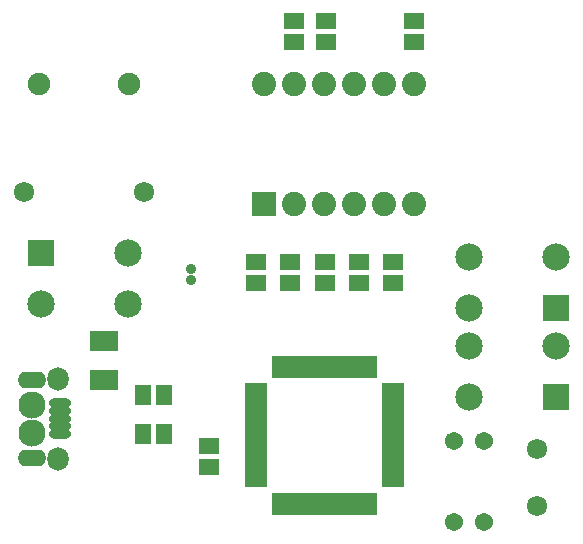
<source format=gts>
G04 #@! TF.FileFunction,Soldermask,Top*
%FSLAX46Y46*%
G04 Gerber Fmt 4.6, Leading zero omitted, Abs format (unit mm)*
G04 Created by KiCad (PCBNEW 4.0.6) date 2018 January 08, Monday 16:40:28*
%MOMM*%
%LPD*%
G01*
G04 APERTURE LIST*
%ADD10C,0.100000*%
%ADD11R,2.432000X1.670000*%
%ADD12R,1.797000X1.416000*%
%ADD13R,2.305000X2.305000*%
%ADD14C,2.305000*%
%ADD15R,1.416000X1.797000*%
%ADD16C,0.897840*%
%ADD17R,1.898600X0.897840*%
%ADD18R,0.897840X1.898600*%
%ADD19R,2.051000X2.051000*%
%ADD20C,2.051000*%
%ADD21O,1.898600X0.798780*%
%ADD22O,1.799540X1.997660*%
%ADD23O,2.432000X1.416000*%
%ADD24C,2.299920*%
%ADD25C,1.898600*%
%ADD26C,1.720800*%
%ADD27C,1.543000*%
G04 APERTURE END LIST*
D10*
D11*
X124600000Y-80251000D03*
X124600000Y-76949000D03*
D12*
X133500000Y-87589000D03*
X133500000Y-85811000D03*
D13*
X119317000Y-69441000D03*
D14*
X119317000Y-73759000D03*
X126683000Y-73759000D03*
X126683000Y-69441000D03*
D13*
X162863000Y-81639000D03*
D14*
X162863000Y-77321000D03*
X155497000Y-77321000D03*
X155497000Y-81639000D03*
D13*
X162863000Y-74139000D03*
D14*
X162863000Y-69821000D03*
X155497000Y-69821000D03*
X155497000Y-74139000D03*
D15*
X127911000Y-81500000D03*
X129689000Y-81500000D03*
X127911000Y-84800000D03*
X129689000Y-84800000D03*
D16*
X132000000Y-71762280D03*
X132000000Y-70837720D03*
D12*
X137500000Y-71989000D03*
X137500000Y-70211000D03*
X140400000Y-71989000D03*
X140400000Y-70211000D03*
X143300000Y-71989000D03*
X143300000Y-70211000D03*
X146200000Y-71989000D03*
X146200000Y-70211000D03*
X149100000Y-71989000D03*
X149100000Y-70211000D03*
X140700000Y-49811000D03*
X140700000Y-51589000D03*
X143400000Y-49811000D03*
X143400000Y-51589000D03*
X150900000Y-49811000D03*
X150900000Y-51589000D03*
D17*
X137501180Y-80902040D03*
X137501180Y-81702140D03*
X137501180Y-82502240D03*
X137501180Y-83302340D03*
X137501180Y-84102440D03*
X137501180Y-84900000D03*
X137501180Y-85697560D03*
X137501180Y-86497660D03*
X137501180Y-87297760D03*
X137501180Y-88097860D03*
X137501180Y-88897960D03*
D18*
X139302040Y-90698820D03*
X140102140Y-90698820D03*
X140902240Y-90698820D03*
X141702340Y-90698820D03*
X142502440Y-90698820D03*
X143300000Y-90698820D03*
X144097560Y-90698820D03*
X144897660Y-90698820D03*
X145697760Y-90698820D03*
X146497860Y-90698820D03*
X147297960Y-90698820D03*
D17*
X149098820Y-88897960D03*
X149098820Y-88097860D03*
X149098820Y-87297760D03*
X149098820Y-86497660D03*
X149098820Y-85697560D03*
X149098820Y-84900000D03*
X149098820Y-84102440D03*
X149098820Y-83302340D03*
X149098820Y-82502240D03*
X149098820Y-81702140D03*
X149098820Y-80902040D03*
D18*
X147297960Y-79101180D03*
X146497860Y-79101180D03*
X145697760Y-79101180D03*
X144897660Y-79101180D03*
X144097560Y-79101180D03*
X143300000Y-79101180D03*
X142502440Y-79101180D03*
X141702340Y-79101180D03*
X140902240Y-79101180D03*
X140102140Y-79101180D03*
X139302040Y-79101180D03*
D19*
X138200000Y-65300000D03*
D20*
X140740000Y-65300000D03*
X143280000Y-65300000D03*
X145820000Y-65300000D03*
X148360000Y-65300000D03*
X150900000Y-65300000D03*
X150900000Y-55140000D03*
X148360000Y-55140000D03*
X145820000Y-55140000D03*
X143280000Y-55140000D03*
X140740000Y-55140000D03*
X138200000Y-55140000D03*
D21*
X120925700Y-82203180D03*
X120925700Y-82853420D03*
X120925700Y-83501120D03*
X120925700Y-84148820D03*
X120925700Y-84799060D03*
D22*
X120747900Y-80102600D03*
D23*
X118500000Y-80201660D03*
D24*
X118500000Y-82302240D03*
X118500000Y-84700000D03*
D23*
X118500000Y-86800580D03*
D22*
X120747900Y-86899640D03*
D25*
X119100160Y-55200000D03*
X126699840Y-55200000D03*
D26*
X117847000Y-64300000D03*
X128007000Y-64300000D03*
D27*
X154230000Y-92240000D03*
X156770000Y-92240000D03*
X154230000Y-85360000D03*
X156770000Y-85360000D03*
D26*
X161240000Y-90933000D03*
X161240000Y-86107000D03*
M02*

</source>
